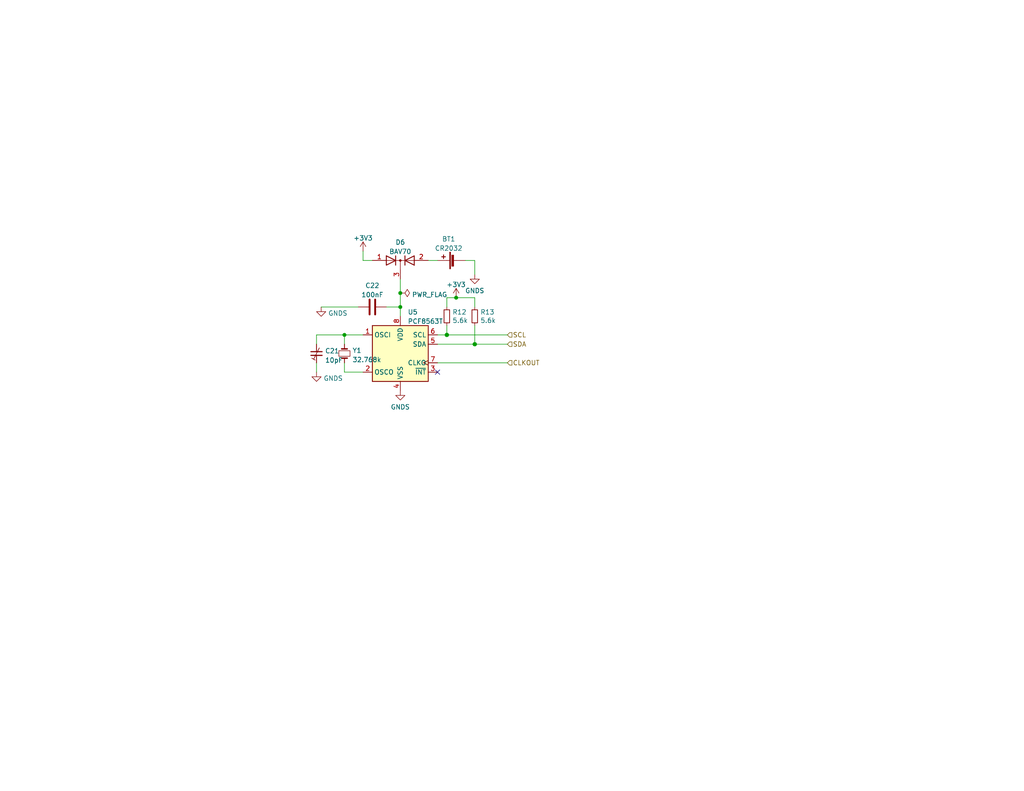
<source format=kicad_sch>
(kicad_sch (version 20211123) (generator eeschema)
  (paper "USLetter")
  (title_block (title "UCCM+BBB Carrier") (date "2022-10-07") (rev "1") (company "VE7XEN"))
  (lib_symbols
    (symbol "Device:Battery_Cell" (pin_numbers hide) (pin_names (offset 0) hide)
      (property "Reference" "BT" (at 2.54 2.54 0))
      (property "Value" "Battery_Cell" (at 2.54 0 0))
      (symbol "Battery_Cell_0_1"
        (rectangle (start -2.286 1.778) (end 2.286 1.524) (fill (type outline)))
        (rectangle (start -1.5748 1.1938) (end 1.4732 0.6858) (fill (type outline)))
        (polyline (pts (xy 0 0.762) (xy 0 0)))
        (polyline (pts (xy 0 1.778) (xy 0 2.54)))
        (polyline (pts (xy 0.508 3.429) (xy 1.524 3.429)) (stroke (width 0.254)))
        (polyline (pts (xy 1.016 3.937) (xy 1.016 2.921)) (stroke (width 0.254)))
      )
      (symbol "Battery_Cell_1_1"
        (pin passive line (at 0 5.08 270) (length 2.54) (name "+") (number "1"))
        (pin passive line (at 0 -2.54 90) (length 2.54) (name "-") (number "2"))
      )
    )
    (symbol "Device:C" (pin_numbers hide) (pin_names (offset 0.254))
      (property "Reference" "C" (at 0.635 2.54 0))
      (property "Value" "C" (at 0.635 -2.54 0))
      (symbol "C_0_1"
        (polyline (pts (xy -2.032 -0.762) (xy 2.032 -0.762)) (stroke (width 0.508)))
        (polyline (pts (xy -2.032 0.762) (xy 2.032 0.762)) (stroke (width 0.508)))
      )
      (symbol "C_1_1"
        (pin passive line (at 0 3.81 270) (length 2.794) (name "~") (number "1"))
        (pin passive line (at 0 -3.81 90) (length 2.794) (name "~") (number "2"))
      )
    )
    (symbol "Device:C_Trim_Small" (pin_numbers hide) (pin_names (offset 0.254) hide)
      (property "Reference" "C" (at 1.524 -2.032 0))
      (property "Value" "C_Trim_Small" (at 3.048 -3.556 0))
      (symbol "C_Trim_Small_0_1"
        (polyline (pts (xy -1.524 -0.508) (xy 1.524 -0.508)) (stroke (width 0.3048)))
        (polyline (pts (xy -1.524 0.508) (xy 1.524 0.508)) (stroke (width 0.3048)))
        (polyline (pts (xy 0.762 1.524) (xy -0.762 -1.524)) (stroke (width 0.1778)))
        (polyline (pts (xy 1.27 1.27) (xy 0.381 1.778)) (stroke (width 0.1778)))
      )
      (symbol "C_Trim_Small_1_1"
        (pin passive line (at 0 2.54 270) (length 2.032) (name "~") (number "1"))
        (pin passive line (at 0 -2.54 90) (length 2.032) (name "~") (number "2"))
      )
    )
    (symbol "Device:Crystal_Small" (pin_numbers hide) (pin_names (offset 1.016) hide)
      (property "Reference" "Y" (at 0 2.54 0))
      (property "Value" "Crystal_Small" (at 0 -2.54 0))
      (symbol "Crystal_Small_0_1"
        (rectangle (start -0.762 -1.524) (end 0.762 1.524))
        (polyline (pts (xy -1.27 -0.762) (xy -1.27 0.762)) (stroke (width 0.381)))
        (polyline (pts (xy 1.27 -0.762) (xy 1.27 0.762)) (stroke (width 0.381)))
      )
      (symbol "Crystal_Small_1_1"
        (pin passive line (at -2.54 0 0) (length 1.27) (name "1") (number "1"))
        (pin passive line (at 2.54 0 180) (length 1.27) (name "2") (number "2"))
      )
    )
    (symbol "Device:R_Small" (pin_numbers hide) (pin_names (offset 0.254) hide)
      (property "Reference" "R" (at 0.762 0.508 0))
      (property "Value" "R_Small" (at 0.762 -1.016 0))
      (symbol "R_Small_0_1"
        (rectangle (start -0.762 1.778) (end 0.762 -1.778) (stroke (width 0.2032)))
      )
      (symbol "R_Small_1_1"
        (pin passive line (at 0 2.54 270) (length 0.762) (name "~") (number "1"))
        (pin passive line (at 0 -2.54 90) (length 0.762) (name "~") (number "2"))
      )
    )
    (symbol "Diode:BAV70" (pin_names (offset 0.762) hide)
      (property "Reference" "D" (at 0.635 -2.54 0))
      (property "Value" "BAV70" (at 0 2.54 0))
      (symbol "BAV70_0_1"
        (polyline (pts (xy -3.81 0) (xy 3.81 0)))
        (polyline (pts (xy 0 0) (xy 0 -2.54)))
        (polyline (pts (xy -1.27 -1.27) (xy -1.27 1.27) (xy -1.27 1.27)) (stroke (width 0.254)))
        (polyline (pts (xy 1.27 -1.27) (xy 1.27 1.27) (xy 1.27 1.27)) (stroke (width 0.254)))
        (polyline (pts (xy -3.81 1.27) (xy -1.27 0) (xy -3.81 -1.27) (xy -3.81 1.27) (xy -3.81 1.27) (xy -3.81 1.27)) (stroke (width 0.254)))
        (polyline (pts (xy 3.81 -1.27) (xy 1.27 0) (xy 3.81 1.27) (xy 3.81 -1.27) (xy 3.81 -1.27) (xy 3.81 -1.27)) (stroke (width 0.254)))
        (circle (center 0 0) (radius 0.254) (fill (type outline)))
        (pin passive line (at -7.62 0 0) (length 3.81) (name "A") (number "1"))
        (pin passive line (at 7.62 0 180) (length 3.81) (name "A") (number "2"))
        (pin passive line (at 0 -5.08 90) (length 2.54) (name "K") (number "3"))
      )
    )
    (symbol "Timer_RTC:PCF8563T"
      (property "Reference" "U" (at -7.62 8.89 0))
      (property "Value" "PCF8563T" (at 2.54 8.89 0))
      (symbol "PCF8563T_0_1"
        (rectangle (start -7.62 7.62) (end 7.62 -7.62) (stroke (width 0.254)) (fill (type background)))
      )
      (symbol "PCF8563T_1_1"
        (pin input line (at -10.16 5.08 0) (length 2.54) (name "OSCI") (number "1"))
        (pin output line (at -10.16 -5.08 0) (length 2.54) (name "OSCO") (number "2"))
        (pin output line (at 10.16 -5.08 180) (length 2.54) (name "~{INT}") (number "3"))
        (pin power_in line (at 0 -10.16 90) (length 2.54) (name "VSS") (number "4"))
        (pin bidirectional line (at 10.16 2.54 180) (length 2.54) (name "SDA") (number "5"))
        (pin input line (at 10.16 5.08 180) (length 2.54) (name "SCL") (number "6"))
        (pin output clock (at 10.16 -2.54 180) (length 2.54) (name "CLKO") (number "7"))
        (pin power_in line (at 0 10.16 270) (length 2.54) (name "VDD") (number "8"))
      )
    )
    (symbol "power:+3V3" (power) (pin_names (offset 0))
      (property "Value" "+3V3" (at 0 3.556 0))
      (symbol "+3V3_0_1"
        (polyline (pts (xy -0.762 1.27) (xy 0 2.54)))
        (polyline (pts (xy 0 0) (xy 0 2.54)))
        (polyline (pts (xy 0 2.54) (xy 0.762 1.27)))
      )
      (symbol "+3V3_1_1"
        (pin power_in line (at 0 0 90) (length 0) hide (name "+3V3") (number "1"))
      )
    )
    (symbol "power:GNDS" (power) (pin_names (offset 0))
      (property "Value" "GNDS" (at 0 -3.81 0))
      (symbol "GNDS_0_1"
        (polyline (pts (xy 0 0) (xy 0 -1.27) (xy 1.27 -1.27) (xy 0 -2.54) (xy -1.27 -1.27) (xy 0 -1.27)))
      )
      (symbol "GNDS_1_1"
        (pin power_in line (at 0 0 270) (length 0) hide (name "GNDS") (number "1"))
      )
    )
    (symbol "power:PWR_FLAG" (power) (pin_numbers hide) (pin_names (offset 0) hide)
      (property "Value" "PWR_FLAG" (at 0 3.81 0))
      (symbol "PWR_FLAG_0_0"
        (pin power_out line (at 0 0 90) (length 0) (name "pwr") (number "1"))
      )
      (symbol "PWR_FLAG_0_1"
        (polyline (pts (xy 0 0) (xy 0 1.27) (xy -1.016 1.905) (xy 0 2.54) (xy 1.016 1.905) (xy 0 1.27)))
      )
    )
  )
  (junction (at 93.98 91.44))
  (junction (at 121.92 91.44) (diameter 1.016))
  (junction (at 109.22 80.01))
  (junction (at 129.54 93.98) (diameter 1.016))
  (junction (at 124.46 81.28))
  (junction (at 109.22 83.82))
  (no_connect (at 119.38 101.6))
  (wire (pts (xy 119.38 99.06) (xy 138.43 99.06)))
  (wire (pts (xy 86.36 91.44) (xy 93.98 91.44)))
  (wire (pts (xy 99.06 68.58) (xy 99.06 71.12)))
  (wire (pts (xy 99.06 101.6) (xy 93.98 101.6)))
  (wire (pts (xy 121.92 81.28) (xy 124.46 81.28)))
  (wire (pts (xy 105.41 83.82) (xy 109.22 83.82)))
  (wire (pts (xy 109.22 83.82) (xy 109.22 86.36)))
  (wire (pts (xy 93.98 93.98) (xy 93.98 91.44)))
  (wire (pts (xy 93.98 101.6) (xy 93.98 99.06)))
  (wire (pts (xy 121.92 88.9) (xy 121.92 91.44)))
  (wire (pts (xy 129.54 93.98) (xy 138.43 93.98)))
  (wire (pts (xy 119.38 71.12) (xy 116.84 71.12)))
  (wire (pts (xy 129.54 88.9) (xy 129.54 93.98)))
  (wire (pts (xy 86.36 101.6) (xy 86.36 99.06)))
  (wire (pts (xy 129.54 81.28) (xy 129.54 83.82)))
  (wire (pts (xy 121.92 81.28) (xy 121.92 83.82)))
  (wire (pts (xy 87.63 83.82) (xy 97.79 83.82)))
  (wire (pts (xy 129.54 93.98) (xy 119.38 93.98)))
  (wire (pts (xy 93.98 91.44) (xy 99.06 91.44)))
  (wire (pts (xy 124.46 81.28) (xy 129.54 81.28)))
  (wire (pts (xy 109.22 76.2) (xy 109.22 80.01)))
  (wire (pts (xy 129.54 71.12) (xy 129.54 74.93)))
  (wire (pts (xy 121.92 91.44) (xy 119.38 91.44)))
  (wire (pts (xy 109.22 80.01) (xy 109.22 83.82)))
  (wire (pts (xy 99.06 71.12) (xy 101.6 71.12)))
  (wire (pts (xy 121.92 91.44) (xy 138.43 91.44)))
  (wire (pts (xy 127 71.12) (xy 129.54 71.12)))
  (wire (pts (xy 86.36 93.98) (xy 86.36 91.44)))
  (hierarchical_label "SCL" (shape input) (at 138.43 91.44 0))
  (hierarchical_label "CLKOUT" (shape input) (at 138.43 99.06 0))
  (hierarchical_label "SDA" (shape input) (at 138.43 93.98 0))
  (symbol (lib_id "power:GNDS") (at 86.36 101.6 0) (unit 1)
    (property "Reference" "#PWR049" (effects hide))
    (property "Value" "GNDS" (at 88.265 103.3038 0) (effects (justify left)))
  )
  (symbol (lib_id "power:GNDS") (at 87.63 83.82 0) (unit 1)
    (property "Reference" "#PWR050" (effects hide))
    (property "Value" "GNDS" (at 89.535 85.5238 0) (effects (justify left)))
  )
  (symbol (lib_id "Device:R_Small") (at 129.54 86.36 0) (unit 1)
    (property "Reference" "R13" (at 131.0387 85.2106 0) (effects (justify left)))
    (property "Value" "5.6k" (at 131.0386 87.503 0) (effects (justify left)))
    (property "Footprint" "Resistor_SMD:R_0805_2012Metric_Pad1.20x1.40mm_HandSolder" (effects hide))
    (property "LCSC" "C4382" (effects hide))
  )
  (symbol (lib_id "Timer_RTC:PCF8563T") (at 109.22 96.52 0) (unit 1)
    (property "Reference" "U5" (at 111.2394 85.2002 0) (effects (justify left)))
    (property "Value" "PCF8563T" (at 111.2394 87.7371 0) (effects (justify left)))
    (property "Footprint" "Package_SO:SOIC-8_3.9x4.9mm_P1.27mm" (effects hide))
    (property "Datasheet" "https://www.nxp.com/docs/en/data-sheet/PCF8563.pdf" (effects hide))
    (property "LCSC" "C7440" (effects hide))
    (property "MPN" "PCF8563T/5,518" (effects hide))
  )
  (symbol (lib_id "power:PWR_FLAG") (at 109.22 80.01 270) (unit 1)
    (property "Reference" "#FLG0103" (effects hide))
    (property "Value" "PWR_FLAG" (at 112.395 80.4438 90) (effects (justify left)))
  )
  (symbol (lib_id "Device:C") (at 101.6 83.82 90) (unit 1)
    (property "Reference" "C22" (at 101.6 77.9612 90))
    (property "Value" "100nF" (at 101.6 80.4981 90))
    (property "Footprint" "Capacitor_SMD:C_0805_2012Metric_Pad1.18x1.45mm_HandSolder" (effects hide))
    (property "LCSC" "C49678" (effects hide))
  )
  (symbol (lib_id "power:GNDS") (at 109.22 106.68 0) (unit 1)
    (property "Reference" "#PWR052" (effects hide))
    (property "Value" "GNDS" (at 109.22 111.1234 0))
  )
  (symbol (lib_id "power:GNDS") (at 129.54 74.93 0) (unit 1)
    (property "Reference" "#PWR054" (effects hide))
    (property "Value" "GNDS" (at 129.54 79.3734 0))
  )
  (symbol (lib_id "power:+3V3") (at 99.06 68.58 0) (unit 1)
    (property "Reference" "#PWR051" (effects hide))
    (property "Value" "+3V3" (at 99.06 65.0042 0))
  )
  (symbol (lib_id "Device:C_Trim_Small") (at 86.36 96.52 180) (unit 1)
    (property "Reference" "C21" (at 88.6714 95.8123 0) (effects (justify right)))
    (property "Value" "10pF" (at 88.6714 98.3492 0) (effects (justify right)))
    (property "Footprint" "Capacitor_SMD:C_0805_2012Metric_Pad1.18x1.45mm_HandSolder" (effects hide))
    (property "LCSC" "C1785" (effects hide))
  )
  (symbol (lib_id "Device:Battery_Cell") (at 124.46 71.12 90) (unit 1)
    (property "Reference" "BT1" (at 122.428 65.2612 90))
    (property "Value" "CR2032" (at 122.428 67.7981 90))
    (property "Footprint" "project:CR2032-BS-6-1" (effects hide))
    (property "MPN" "BH-49B-5" (effects hide))
  )
  (symbol (lib_id "Diode:BAV70") (at 109.22 71.12 0) (unit 1)
    (property "Reference" "D6" (at 109.22 66.1502 0))
    (property "Value" "BAV70" (at 109.22 68.6871 0))
    (property "Footprint" "Package_TO_SOT_SMD:SOT-23" (effects hide))
    (property "Datasheet" "https://assets.nexperia.com/documents/data-sheet/BAV70_SER.pdf" (effects hide))
    (property "LCSC" "C68978" (effects hide))
  )
  (symbol (lib_id "power:+3V3") (at 124.46 81.28 0) (unit 1)
    (property "Reference" "#PWR053" (effects hide))
    (property "Value" "+3V3" (at 124.46 77.7042 0))
  )
  (symbol (lib_id "Device:Crystal_Small") (at 93.98 96.52 90) (unit 1)
    (property "Reference" "Y1" (at 96.139 95.6853 90) (effects (justify right)))
    (property "Value" "32.768k" (at 96.139 98.2222 90) (effects (justify right)))
    (property "Footprint" "Crystal:Crystal_SMD_3215-2Pin_3.2x1.5mm" (effects hide))
    (property "LCSC" "C32346" (effects hide))
  )
  (symbol (lib_id "Device:R_Small") (at 121.92 86.36 0) (unit 1)
    (property "Reference" "R12" (at 123.4187 85.2106 0) (effects (justify left)))
    (property "Value" "5.6k" (at 123.4186 87.503 0) (effects (justify left)))
    (property "Footprint" "Resistor_SMD:R_0805_2012Metric_Pad1.20x1.40mm_HandSolder" (effects hide))
    (property "LCSC" "C4382" (effects hide))
  )
)
</source>
